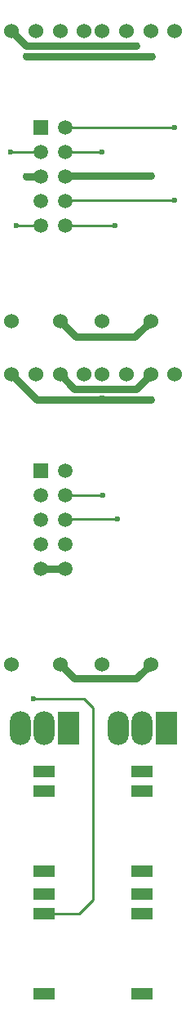
<source format=gbr>
G04 DipTrace 2.4.0.2*
%INTop.gbr*%
%MOMM*%
%ADD13C,0.762*%
%ADD14C,0.254*%
%ADD17R,2.2X1.27*%
%ADD18C,1.5*%
%ADD19R,1.5X1.5*%
%ADD20C,1.524*%
%ADD21R,2.2X3.5*%
%ADD22O,2.2X3.5*%
%ADD24C,0.6*%
%FSLAX53Y53*%
G04*
G71*
G90*
G75*
G01*
%LNTop*%
%LPD*%
X6076Y65800D2*
D13*
X7576Y64300D1*
X13975D1*
X15474Y65800D1*
X2540Y86360D2*
X4064D1*
X2540Y98753D2*
X6195D1*
X15559D1*
X953Y88900D2*
D14*
X4064D1*
X10479Y53340D2*
X6604D1*
X10474Y88900D2*
X6604D1*
Y91440D2*
X17941D1*
X4445Y9983D2*
X8078D1*
X9526Y11431D1*
Y31277D1*
X8573Y32230D1*
X3334D1*
X4064Y45720D2*
D13*
X6604D1*
X6076Y35800D2*
X7582Y34294D1*
X13968D1*
X15474Y35800D1*
Y63189D2*
X10376D1*
X3687D1*
X1076Y65800D1*
X10474Y63287D2*
X10376Y63189D1*
X6076Y71360D2*
X7737Y69699D1*
X10474D1*
X13813D1*
X15474Y71360D1*
Y86369D2*
X6613D1*
X6604Y86360D1*
X1076Y101360D2*
X2572Y99864D1*
X10474D1*
X13971D2*
X10474D1*
X11749Y81280D2*
D14*
X6604D1*
X17941Y83829D2*
X6613D1*
X6604Y83820D1*
X1588Y81280D2*
X4064D1*
X12066Y50805D2*
X6609D1*
X6604Y50800D1*
D13*
X2540Y86360D3*
Y98753D3*
X15559D3*
X6195D3*
D24*
X953Y88900D3*
X10479Y53340D3*
X10474Y88900D3*
X17941Y91440D3*
X3334Y32230D3*
D13*
X15474Y63189D3*
X10474Y63287D3*
Y69699D3*
X15474Y86369D3*
X10474Y99864D3*
X13971D3*
D24*
X11749Y81280D3*
X17941Y83829D3*
X1588Y81280D3*
X12066Y50805D3*
D17*
X4445Y14384D3*
Y22683D3*
Y24716D3*
X14605Y14384D3*
Y22683D3*
Y24716D3*
X4445Y1684D3*
Y9983D3*
Y12016D3*
X14605Y1684D3*
Y9983D3*
Y12016D3*
D18*
X4064Y81280D3*
X6604D3*
X4064Y83820D3*
X6604D3*
X4064Y86360D3*
X6604D3*
X4064Y88900D3*
X6604D3*
Y91440D3*
D19*
X4064D3*
D18*
Y45720D3*
X6604D3*
X4064Y48260D3*
X6604D3*
X4064Y50800D3*
X6604D3*
X4064Y53340D3*
X6604D3*
Y55880D3*
D19*
X4064D3*
D20*
X3576Y101360D3*
X6076D3*
X8576D3*
X1076D3*
Y71360D3*
X6076D3*
X12974Y101360D3*
X15474D3*
X17974D3*
X10474D3*
Y71360D3*
X15474D3*
X3576Y65800D3*
X6076D3*
X8576D3*
X1076D3*
Y35800D3*
X6076D3*
X12974Y65800D3*
X15474D3*
X17974D3*
X10474D3*
Y35800D3*
X15474D3*
D21*
X6945Y29210D3*
D22*
X4445D3*
X1945D3*
D21*
X17105D3*
D22*
X14605D3*
X12105D3*
M02*

</source>
